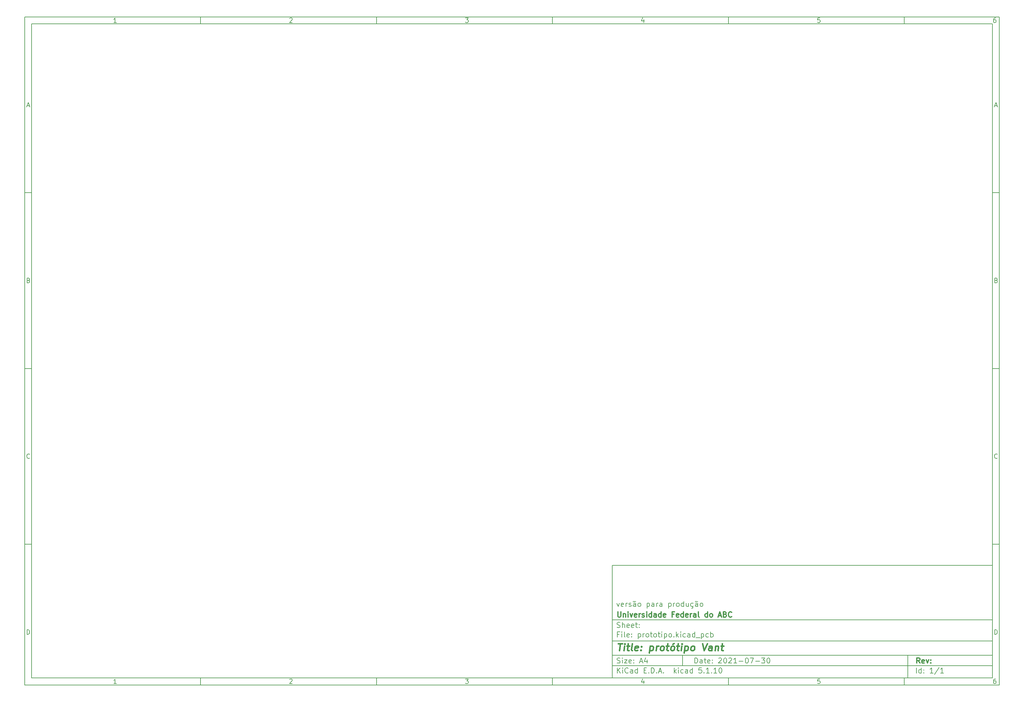
<source format=gbr>
%TF.GenerationSoftware,KiCad,Pcbnew,5.1.10*%
%TF.CreationDate,2021-08-11T12:17:18-03:00*%
%TF.ProjectId,prototipo,70726f74-6f74-4697-906f-2e6b69636164,rev?*%
%TF.SameCoordinates,Original*%
%TF.FileFunction,Other,ECO2*%
%FSLAX46Y46*%
G04 Gerber Fmt 4.6, Leading zero omitted, Abs format (unit mm)*
G04 Created by KiCad (PCBNEW 5.1.10) date 2021-08-11 12:17:18*
%MOMM*%
%LPD*%
G01*
G04 APERTURE LIST*
%ADD10C,0.100000*%
%ADD11C,0.150000*%
%ADD12C,0.300000*%
%ADD13C,0.400000*%
G04 APERTURE END LIST*
D10*
D11*
X177002200Y-166007200D02*
X177002200Y-198007200D01*
X285002200Y-198007200D01*
X285002200Y-166007200D01*
X177002200Y-166007200D01*
D10*
D11*
X10000000Y-10000000D02*
X10000000Y-200007200D01*
X287002200Y-200007200D01*
X287002200Y-10000000D01*
X10000000Y-10000000D01*
D10*
D11*
X12000000Y-12000000D02*
X12000000Y-198007200D01*
X285002200Y-198007200D01*
X285002200Y-12000000D01*
X12000000Y-12000000D01*
D10*
D11*
X60000000Y-12000000D02*
X60000000Y-10000000D01*
D10*
D11*
X110000000Y-12000000D02*
X110000000Y-10000000D01*
D10*
D11*
X160000000Y-12000000D02*
X160000000Y-10000000D01*
D10*
D11*
X210000000Y-12000000D02*
X210000000Y-10000000D01*
D10*
D11*
X260000000Y-12000000D02*
X260000000Y-10000000D01*
D10*
D11*
X36065476Y-11588095D02*
X35322619Y-11588095D01*
X35694047Y-11588095D02*
X35694047Y-10288095D01*
X35570238Y-10473809D01*
X35446428Y-10597619D01*
X35322619Y-10659523D01*
D10*
D11*
X85322619Y-10411904D02*
X85384523Y-10350000D01*
X85508333Y-10288095D01*
X85817857Y-10288095D01*
X85941666Y-10350000D01*
X86003571Y-10411904D01*
X86065476Y-10535714D01*
X86065476Y-10659523D01*
X86003571Y-10845238D01*
X85260714Y-11588095D01*
X86065476Y-11588095D01*
D10*
D11*
X135260714Y-10288095D02*
X136065476Y-10288095D01*
X135632142Y-10783333D01*
X135817857Y-10783333D01*
X135941666Y-10845238D01*
X136003571Y-10907142D01*
X136065476Y-11030952D01*
X136065476Y-11340476D01*
X136003571Y-11464285D01*
X135941666Y-11526190D01*
X135817857Y-11588095D01*
X135446428Y-11588095D01*
X135322619Y-11526190D01*
X135260714Y-11464285D01*
D10*
D11*
X185941666Y-10721428D02*
X185941666Y-11588095D01*
X185632142Y-10226190D02*
X185322619Y-11154761D01*
X186127380Y-11154761D01*
D10*
D11*
X236003571Y-10288095D02*
X235384523Y-10288095D01*
X235322619Y-10907142D01*
X235384523Y-10845238D01*
X235508333Y-10783333D01*
X235817857Y-10783333D01*
X235941666Y-10845238D01*
X236003571Y-10907142D01*
X236065476Y-11030952D01*
X236065476Y-11340476D01*
X236003571Y-11464285D01*
X235941666Y-11526190D01*
X235817857Y-11588095D01*
X235508333Y-11588095D01*
X235384523Y-11526190D01*
X235322619Y-11464285D01*
D10*
D11*
X285941666Y-10288095D02*
X285694047Y-10288095D01*
X285570238Y-10350000D01*
X285508333Y-10411904D01*
X285384523Y-10597619D01*
X285322619Y-10845238D01*
X285322619Y-11340476D01*
X285384523Y-11464285D01*
X285446428Y-11526190D01*
X285570238Y-11588095D01*
X285817857Y-11588095D01*
X285941666Y-11526190D01*
X286003571Y-11464285D01*
X286065476Y-11340476D01*
X286065476Y-11030952D01*
X286003571Y-10907142D01*
X285941666Y-10845238D01*
X285817857Y-10783333D01*
X285570238Y-10783333D01*
X285446428Y-10845238D01*
X285384523Y-10907142D01*
X285322619Y-11030952D01*
D10*
D11*
X60000000Y-198007200D02*
X60000000Y-200007200D01*
D10*
D11*
X110000000Y-198007200D02*
X110000000Y-200007200D01*
D10*
D11*
X160000000Y-198007200D02*
X160000000Y-200007200D01*
D10*
D11*
X210000000Y-198007200D02*
X210000000Y-200007200D01*
D10*
D11*
X260000000Y-198007200D02*
X260000000Y-200007200D01*
D10*
D11*
X36065476Y-199595295D02*
X35322619Y-199595295D01*
X35694047Y-199595295D02*
X35694047Y-198295295D01*
X35570238Y-198481009D01*
X35446428Y-198604819D01*
X35322619Y-198666723D01*
D10*
D11*
X85322619Y-198419104D02*
X85384523Y-198357200D01*
X85508333Y-198295295D01*
X85817857Y-198295295D01*
X85941666Y-198357200D01*
X86003571Y-198419104D01*
X86065476Y-198542914D01*
X86065476Y-198666723D01*
X86003571Y-198852438D01*
X85260714Y-199595295D01*
X86065476Y-199595295D01*
D10*
D11*
X135260714Y-198295295D02*
X136065476Y-198295295D01*
X135632142Y-198790533D01*
X135817857Y-198790533D01*
X135941666Y-198852438D01*
X136003571Y-198914342D01*
X136065476Y-199038152D01*
X136065476Y-199347676D01*
X136003571Y-199471485D01*
X135941666Y-199533390D01*
X135817857Y-199595295D01*
X135446428Y-199595295D01*
X135322619Y-199533390D01*
X135260714Y-199471485D01*
D10*
D11*
X185941666Y-198728628D02*
X185941666Y-199595295D01*
X185632142Y-198233390D02*
X185322619Y-199161961D01*
X186127380Y-199161961D01*
D10*
D11*
X236003571Y-198295295D02*
X235384523Y-198295295D01*
X235322619Y-198914342D01*
X235384523Y-198852438D01*
X235508333Y-198790533D01*
X235817857Y-198790533D01*
X235941666Y-198852438D01*
X236003571Y-198914342D01*
X236065476Y-199038152D01*
X236065476Y-199347676D01*
X236003571Y-199471485D01*
X235941666Y-199533390D01*
X235817857Y-199595295D01*
X235508333Y-199595295D01*
X235384523Y-199533390D01*
X235322619Y-199471485D01*
D10*
D11*
X285941666Y-198295295D02*
X285694047Y-198295295D01*
X285570238Y-198357200D01*
X285508333Y-198419104D01*
X285384523Y-198604819D01*
X285322619Y-198852438D01*
X285322619Y-199347676D01*
X285384523Y-199471485D01*
X285446428Y-199533390D01*
X285570238Y-199595295D01*
X285817857Y-199595295D01*
X285941666Y-199533390D01*
X286003571Y-199471485D01*
X286065476Y-199347676D01*
X286065476Y-199038152D01*
X286003571Y-198914342D01*
X285941666Y-198852438D01*
X285817857Y-198790533D01*
X285570238Y-198790533D01*
X285446428Y-198852438D01*
X285384523Y-198914342D01*
X285322619Y-199038152D01*
D10*
D11*
X10000000Y-60000000D02*
X12000000Y-60000000D01*
D10*
D11*
X10000000Y-110000000D02*
X12000000Y-110000000D01*
D10*
D11*
X10000000Y-160000000D02*
X12000000Y-160000000D01*
D10*
D11*
X10690476Y-35216666D02*
X11309523Y-35216666D01*
X10566666Y-35588095D02*
X11000000Y-34288095D01*
X11433333Y-35588095D01*
D10*
D11*
X11092857Y-84907142D02*
X11278571Y-84969047D01*
X11340476Y-85030952D01*
X11402380Y-85154761D01*
X11402380Y-85340476D01*
X11340476Y-85464285D01*
X11278571Y-85526190D01*
X11154761Y-85588095D01*
X10659523Y-85588095D01*
X10659523Y-84288095D01*
X11092857Y-84288095D01*
X11216666Y-84350000D01*
X11278571Y-84411904D01*
X11340476Y-84535714D01*
X11340476Y-84659523D01*
X11278571Y-84783333D01*
X11216666Y-84845238D01*
X11092857Y-84907142D01*
X10659523Y-84907142D01*
D10*
D11*
X11402380Y-135464285D02*
X11340476Y-135526190D01*
X11154761Y-135588095D01*
X11030952Y-135588095D01*
X10845238Y-135526190D01*
X10721428Y-135402380D01*
X10659523Y-135278571D01*
X10597619Y-135030952D01*
X10597619Y-134845238D01*
X10659523Y-134597619D01*
X10721428Y-134473809D01*
X10845238Y-134350000D01*
X11030952Y-134288095D01*
X11154761Y-134288095D01*
X11340476Y-134350000D01*
X11402380Y-134411904D01*
D10*
D11*
X10659523Y-185588095D02*
X10659523Y-184288095D01*
X10969047Y-184288095D01*
X11154761Y-184350000D01*
X11278571Y-184473809D01*
X11340476Y-184597619D01*
X11402380Y-184845238D01*
X11402380Y-185030952D01*
X11340476Y-185278571D01*
X11278571Y-185402380D01*
X11154761Y-185526190D01*
X10969047Y-185588095D01*
X10659523Y-185588095D01*
D10*
D11*
X287002200Y-60000000D02*
X285002200Y-60000000D01*
D10*
D11*
X287002200Y-110000000D02*
X285002200Y-110000000D01*
D10*
D11*
X287002200Y-160000000D02*
X285002200Y-160000000D01*
D10*
D11*
X285692676Y-35216666D02*
X286311723Y-35216666D01*
X285568866Y-35588095D02*
X286002200Y-34288095D01*
X286435533Y-35588095D01*
D10*
D11*
X286095057Y-84907142D02*
X286280771Y-84969047D01*
X286342676Y-85030952D01*
X286404580Y-85154761D01*
X286404580Y-85340476D01*
X286342676Y-85464285D01*
X286280771Y-85526190D01*
X286156961Y-85588095D01*
X285661723Y-85588095D01*
X285661723Y-84288095D01*
X286095057Y-84288095D01*
X286218866Y-84350000D01*
X286280771Y-84411904D01*
X286342676Y-84535714D01*
X286342676Y-84659523D01*
X286280771Y-84783333D01*
X286218866Y-84845238D01*
X286095057Y-84907142D01*
X285661723Y-84907142D01*
D10*
D11*
X286404580Y-135464285D02*
X286342676Y-135526190D01*
X286156961Y-135588095D01*
X286033152Y-135588095D01*
X285847438Y-135526190D01*
X285723628Y-135402380D01*
X285661723Y-135278571D01*
X285599819Y-135030952D01*
X285599819Y-134845238D01*
X285661723Y-134597619D01*
X285723628Y-134473809D01*
X285847438Y-134350000D01*
X286033152Y-134288095D01*
X286156961Y-134288095D01*
X286342676Y-134350000D01*
X286404580Y-134411904D01*
D10*
D11*
X285661723Y-185588095D02*
X285661723Y-184288095D01*
X285971247Y-184288095D01*
X286156961Y-184350000D01*
X286280771Y-184473809D01*
X286342676Y-184597619D01*
X286404580Y-184845238D01*
X286404580Y-185030952D01*
X286342676Y-185278571D01*
X286280771Y-185402380D01*
X286156961Y-185526190D01*
X285971247Y-185588095D01*
X285661723Y-185588095D01*
D10*
D11*
X200434342Y-193785771D02*
X200434342Y-192285771D01*
X200791485Y-192285771D01*
X201005771Y-192357200D01*
X201148628Y-192500057D01*
X201220057Y-192642914D01*
X201291485Y-192928628D01*
X201291485Y-193142914D01*
X201220057Y-193428628D01*
X201148628Y-193571485D01*
X201005771Y-193714342D01*
X200791485Y-193785771D01*
X200434342Y-193785771D01*
X202577200Y-193785771D02*
X202577200Y-193000057D01*
X202505771Y-192857200D01*
X202362914Y-192785771D01*
X202077200Y-192785771D01*
X201934342Y-192857200D01*
X202577200Y-193714342D02*
X202434342Y-193785771D01*
X202077200Y-193785771D01*
X201934342Y-193714342D01*
X201862914Y-193571485D01*
X201862914Y-193428628D01*
X201934342Y-193285771D01*
X202077200Y-193214342D01*
X202434342Y-193214342D01*
X202577200Y-193142914D01*
X203077200Y-192785771D02*
X203648628Y-192785771D01*
X203291485Y-192285771D02*
X203291485Y-193571485D01*
X203362914Y-193714342D01*
X203505771Y-193785771D01*
X203648628Y-193785771D01*
X204720057Y-193714342D02*
X204577200Y-193785771D01*
X204291485Y-193785771D01*
X204148628Y-193714342D01*
X204077200Y-193571485D01*
X204077200Y-193000057D01*
X204148628Y-192857200D01*
X204291485Y-192785771D01*
X204577200Y-192785771D01*
X204720057Y-192857200D01*
X204791485Y-193000057D01*
X204791485Y-193142914D01*
X204077200Y-193285771D01*
X205434342Y-193642914D02*
X205505771Y-193714342D01*
X205434342Y-193785771D01*
X205362914Y-193714342D01*
X205434342Y-193642914D01*
X205434342Y-193785771D01*
X205434342Y-192857200D02*
X205505771Y-192928628D01*
X205434342Y-193000057D01*
X205362914Y-192928628D01*
X205434342Y-192857200D01*
X205434342Y-193000057D01*
X207220057Y-192428628D02*
X207291485Y-192357200D01*
X207434342Y-192285771D01*
X207791485Y-192285771D01*
X207934342Y-192357200D01*
X208005771Y-192428628D01*
X208077200Y-192571485D01*
X208077200Y-192714342D01*
X208005771Y-192928628D01*
X207148628Y-193785771D01*
X208077200Y-193785771D01*
X209005771Y-192285771D02*
X209148628Y-192285771D01*
X209291485Y-192357200D01*
X209362914Y-192428628D01*
X209434342Y-192571485D01*
X209505771Y-192857200D01*
X209505771Y-193214342D01*
X209434342Y-193500057D01*
X209362914Y-193642914D01*
X209291485Y-193714342D01*
X209148628Y-193785771D01*
X209005771Y-193785771D01*
X208862914Y-193714342D01*
X208791485Y-193642914D01*
X208720057Y-193500057D01*
X208648628Y-193214342D01*
X208648628Y-192857200D01*
X208720057Y-192571485D01*
X208791485Y-192428628D01*
X208862914Y-192357200D01*
X209005771Y-192285771D01*
X210077200Y-192428628D02*
X210148628Y-192357200D01*
X210291485Y-192285771D01*
X210648628Y-192285771D01*
X210791485Y-192357200D01*
X210862914Y-192428628D01*
X210934342Y-192571485D01*
X210934342Y-192714342D01*
X210862914Y-192928628D01*
X210005771Y-193785771D01*
X210934342Y-193785771D01*
X212362914Y-193785771D02*
X211505771Y-193785771D01*
X211934342Y-193785771D02*
X211934342Y-192285771D01*
X211791485Y-192500057D01*
X211648628Y-192642914D01*
X211505771Y-192714342D01*
X213005771Y-193214342D02*
X214148628Y-193214342D01*
X215148628Y-192285771D02*
X215291485Y-192285771D01*
X215434342Y-192357200D01*
X215505771Y-192428628D01*
X215577200Y-192571485D01*
X215648628Y-192857200D01*
X215648628Y-193214342D01*
X215577200Y-193500057D01*
X215505771Y-193642914D01*
X215434342Y-193714342D01*
X215291485Y-193785771D01*
X215148628Y-193785771D01*
X215005771Y-193714342D01*
X214934342Y-193642914D01*
X214862914Y-193500057D01*
X214791485Y-193214342D01*
X214791485Y-192857200D01*
X214862914Y-192571485D01*
X214934342Y-192428628D01*
X215005771Y-192357200D01*
X215148628Y-192285771D01*
X216148628Y-192285771D02*
X217148628Y-192285771D01*
X216505771Y-193785771D01*
X217720057Y-193214342D02*
X218862914Y-193214342D01*
X219434342Y-192285771D02*
X220362914Y-192285771D01*
X219862914Y-192857200D01*
X220077200Y-192857200D01*
X220220057Y-192928628D01*
X220291485Y-193000057D01*
X220362914Y-193142914D01*
X220362914Y-193500057D01*
X220291485Y-193642914D01*
X220220057Y-193714342D01*
X220077200Y-193785771D01*
X219648628Y-193785771D01*
X219505771Y-193714342D01*
X219434342Y-193642914D01*
X221291485Y-192285771D02*
X221434342Y-192285771D01*
X221577200Y-192357200D01*
X221648628Y-192428628D01*
X221720057Y-192571485D01*
X221791485Y-192857200D01*
X221791485Y-193214342D01*
X221720057Y-193500057D01*
X221648628Y-193642914D01*
X221577200Y-193714342D01*
X221434342Y-193785771D01*
X221291485Y-193785771D01*
X221148628Y-193714342D01*
X221077200Y-193642914D01*
X221005771Y-193500057D01*
X220934342Y-193214342D01*
X220934342Y-192857200D01*
X221005771Y-192571485D01*
X221077200Y-192428628D01*
X221148628Y-192357200D01*
X221291485Y-192285771D01*
D10*
D11*
X177002200Y-194507200D02*
X285002200Y-194507200D01*
D10*
D11*
X178434342Y-196585771D02*
X178434342Y-195085771D01*
X179291485Y-196585771D02*
X178648628Y-195728628D01*
X179291485Y-195085771D02*
X178434342Y-195942914D01*
X179934342Y-196585771D02*
X179934342Y-195585771D01*
X179934342Y-195085771D02*
X179862914Y-195157200D01*
X179934342Y-195228628D01*
X180005771Y-195157200D01*
X179934342Y-195085771D01*
X179934342Y-195228628D01*
X181505771Y-196442914D02*
X181434342Y-196514342D01*
X181220057Y-196585771D01*
X181077200Y-196585771D01*
X180862914Y-196514342D01*
X180720057Y-196371485D01*
X180648628Y-196228628D01*
X180577200Y-195942914D01*
X180577200Y-195728628D01*
X180648628Y-195442914D01*
X180720057Y-195300057D01*
X180862914Y-195157200D01*
X181077200Y-195085771D01*
X181220057Y-195085771D01*
X181434342Y-195157200D01*
X181505771Y-195228628D01*
X182791485Y-196585771D02*
X182791485Y-195800057D01*
X182720057Y-195657200D01*
X182577200Y-195585771D01*
X182291485Y-195585771D01*
X182148628Y-195657200D01*
X182791485Y-196514342D02*
X182648628Y-196585771D01*
X182291485Y-196585771D01*
X182148628Y-196514342D01*
X182077200Y-196371485D01*
X182077200Y-196228628D01*
X182148628Y-196085771D01*
X182291485Y-196014342D01*
X182648628Y-196014342D01*
X182791485Y-195942914D01*
X184148628Y-196585771D02*
X184148628Y-195085771D01*
X184148628Y-196514342D02*
X184005771Y-196585771D01*
X183720057Y-196585771D01*
X183577200Y-196514342D01*
X183505771Y-196442914D01*
X183434342Y-196300057D01*
X183434342Y-195871485D01*
X183505771Y-195728628D01*
X183577200Y-195657200D01*
X183720057Y-195585771D01*
X184005771Y-195585771D01*
X184148628Y-195657200D01*
X186005771Y-195800057D02*
X186505771Y-195800057D01*
X186720057Y-196585771D02*
X186005771Y-196585771D01*
X186005771Y-195085771D01*
X186720057Y-195085771D01*
X187362914Y-196442914D02*
X187434342Y-196514342D01*
X187362914Y-196585771D01*
X187291485Y-196514342D01*
X187362914Y-196442914D01*
X187362914Y-196585771D01*
X188077200Y-196585771D02*
X188077200Y-195085771D01*
X188434342Y-195085771D01*
X188648628Y-195157200D01*
X188791485Y-195300057D01*
X188862914Y-195442914D01*
X188934342Y-195728628D01*
X188934342Y-195942914D01*
X188862914Y-196228628D01*
X188791485Y-196371485D01*
X188648628Y-196514342D01*
X188434342Y-196585771D01*
X188077200Y-196585771D01*
X189577200Y-196442914D02*
X189648628Y-196514342D01*
X189577200Y-196585771D01*
X189505771Y-196514342D01*
X189577200Y-196442914D01*
X189577200Y-196585771D01*
X190220057Y-196157200D02*
X190934342Y-196157200D01*
X190077200Y-196585771D02*
X190577200Y-195085771D01*
X191077200Y-196585771D01*
X191577200Y-196442914D02*
X191648628Y-196514342D01*
X191577200Y-196585771D01*
X191505771Y-196514342D01*
X191577200Y-196442914D01*
X191577200Y-196585771D01*
X194577200Y-196585771D02*
X194577200Y-195085771D01*
X194720057Y-196014342D02*
X195148628Y-196585771D01*
X195148628Y-195585771D02*
X194577200Y-196157200D01*
X195791485Y-196585771D02*
X195791485Y-195585771D01*
X195791485Y-195085771D02*
X195720057Y-195157200D01*
X195791485Y-195228628D01*
X195862914Y-195157200D01*
X195791485Y-195085771D01*
X195791485Y-195228628D01*
X197148628Y-196514342D02*
X197005771Y-196585771D01*
X196720057Y-196585771D01*
X196577200Y-196514342D01*
X196505771Y-196442914D01*
X196434342Y-196300057D01*
X196434342Y-195871485D01*
X196505771Y-195728628D01*
X196577200Y-195657200D01*
X196720057Y-195585771D01*
X197005771Y-195585771D01*
X197148628Y-195657200D01*
X198434342Y-196585771D02*
X198434342Y-195800057D01*
X198362914Y-195657200D01*
X198220057Y-195585771D01*
X197934342Y-195585771D01*
X197791485Y-195657200D01*
X198434342Y-196514342D02*
X198291485Y-196585771D01*
X197934342Y-196585771D01*
X197791485Y-196514342D01*
X197720057Y-196371485D01*
X197720057Y-196228628D01*
X197791485Y-196085771D01*
X197934342Y-196014342D01*
X198291485Y-196014342D01*
X198434342Y-195942914D01*
X199791485Y-196585771D02*
X199791485Y-195085771D01*
X199791485Y-196514342D02*
X199648628Y-196585771D01*
X199362914Y-196585771D01*
X199220057Y-196514342D01*
X199148628Y-196442914D01*
X199077200Y-196300057D01*
X199077200Y-195871485D01*
X199148628Y-195728628D01*
X199220057Y-195657200D01*
X199362914Y-195585771D01*
X199648628Y-195585771D01*
X199791485Y-195657200D01*
X202362914Y-195085771D02*
X201648628Y-195085771D01*
X201577200Y-195800057D01*
X201648628Y-195728628D01*
X201791485Y-195657200D01*
X202148628Y-195657200D01*
X202291485Y-195728628D01*
X202362914Y-195800057D01*
X202434342Y-195942914D01*
X202434342Y-196300057D01*
X202362914Y-196442914D01*
X202291485Y-196514342D01*
X202148628Y-196585771D01*
X201791485Y-196585771D01*
X201648628Y-196514342D01*
X201577200Y-196442914D01*
X203077200Y-196442914D02*
X203148628Y-196514342D01*
X203077200Y-196585771D01*
X203005771Y-196514342D01*
X203077200Y-196442914D01*
X203077200Y-196585771D01*
X204577200Y-196585771D02*
X203720057Y-196585771D01*
X204148628Y-196585771D02*
X204148628Y-195085771D01*
X204005771Y-195300057D01*
X203862914Y-195442914D01*
X203720057Y-195514342D01*
X205220057Y-196442914D02*
X205291485Y-196514342D01*
X205220057Y-196585771D01*
X205148628Y-196514342D01*
X205220057Y-196442914D01*
X205220057Y-196585771D01*
X206720057Y-196585771D02*
X205862914Y-196585771D01*
X206291485Y-196585771D02*
X206291485Y-195085771D01*
X206148628Y-195300057D01*
X206005771Y-195442914D01*
X205862914Y-195514342D01*
X207648628Y-195085771D02*
X207791485Y-195085771D01*
X207934342Y-195157200D01*
X208005771Y-195228628D01*
X208077200Y-195371485D01*
X208148628Y-195657200D01*
X208148628Y-196014342D01*
X208077200Y-196300057D01*
X208005771Y-196442914D01*
X207934342Y-196514342D01*
X207791485Y-196585771D01*
X207648628Y-196585771D01*
X207505771Y-196514342D01*
X207434342Y-196442914D01*
X207362914Y-196300057D01*
X207291485Y-196014342D01*
X207291485Y-195657200D01*
X207362914Y-195371485D01*
X207434342Y-195228628D01*
X207505771Y-195157200D01*
X207648628Y-195085771D01*
D10*
D11*
X177002200Y-191507200D02*
X285002200Y-191507200D01*
D10*
D12*
X264411485Y-193785771D02*
X263911485Y-193071485D01*
X263554342Y-193785771D02*
X263554342Y-192285771D01*
X264125771Y-192285771D01*
X264268628Y-192357200D01*
X264340057Y-192428628D01*
X264411485Y-192571485D01*
X264411485Y-192785771D01*
X264340057Y-192928628D01*
X264268628Y-193000057D01*
X264125771Y-193071485D01*
X263554342Y-193071485D01*
X265625771Y-193714342D02*
X265482914Y-193785771D01*
X265197200Y-193785771D01*
X265054342Y-193714342D01*
X264982914Y-193571485D01*
X264982914Y-193000057D01*
X265054342Y-192857200D01*
X265197200Y-192785771D01*
X265482914Y-192785771D01*
X265625771Y-192857200D01*
X265697200Y-193000057D01*
X265697200Y-193142914D01*
X264982914Y-193285771D01*
X266197200Y-192785771D02*
X266554342Y-193785771D01*
X266911485Y-192785771D01*
X267482914Y-193642914D02*
X267554342Y-193714342D01*
X267482914Y-193785771D01*
X267411485Y-193714342D01*
X267482914Y-193642914D01*
X267482914Y-193785771D01*
X267482914Y-192857200D02*
X267554342Y-192928628D01*
X267482914Y-193000057D01*
X267411485Y-192928628D01*
X267482914Y-192857200D01*
X267482914Y-193000057D01*
D10*
D11*
X178362914Y-193714342D02*
X178577200Y-193785771D01*
X178934342Y-193785771D01*
X179077200Y-193714342D01*
X179148628Y-193642914D01*
X179220057Y-193500057D01*
X179220057Y-193357200D01*
X179148628Y-193214342D01*
X179077200Y-193142914D01*
X178934342Y-193071485D01*
X178648628Y-193000057D01*
X178505771Y-192928628D01*
X178434342Y-192857200D01*
X178362914Y-192714342D01*
X178362914Y-192571485D01*
X178434342Y-192428628D01*
X178505771Y-192357200D01*
X178648628Y-192285771D01*
X179005771Y-192285771D01*
X179220057Y-192357200D01*
X179862914Y-193785771D02*
X179862914Y-192785771D01*
X179862914Y-192285771D02*
X179791485Y-192357200D01*
X179862914Y-192428628D01*
X179934342Y-192357200D01*
X179862914Y-192285771D01*
X179862914Y-192428628D01*
X180434342Y-192785771D02*
X181220057Y-192785771D01*
X180434342Y-193785771D01*
X181220057Y-193785771D01*
X182362914Y-193714342D02*
X182220057Y-193785771D01*
X181934342Y-193785771D01*
X181791485Y-193714342D01*
X181720057Y-193571485D01*
X181720057Y-193000057D01*
X181791485Y-192857200D01*
X181934342Y-192785771D01*
X182220057Y-192785771D01*
X182362914Y-192857200D01*
X182434342Y-193000057D01*
X182434342Y-193142914D01*
X181720057Y-193285771D01*
X183077200Y-193642914D02*
X183148628Y-193714342D01*
X183077200Y-193785771D01*
X183005771Y-193714342D01*
X183077200Y-193642914D01*
X183077200Y-193785771D01*
X183077200Y-192857200D02*
X183148628Y-192928628D01*
X183077200Y-193000057D01*
X183005771Y-192928628D01*
X183077200Y-192857200D01*
X183077200Y-193000057D01*
X184862914Y-193357200D02*
X185577200Y-193357200D01*
X184720057Y-193785771D02*
X185220057Y-192285771D01*
X185720057Y-193785771D01*
X186862914Y-192785771D02*
X186862914Y-193785771D01*
X186505771Y-192214342D02*
X186148628Y-193285771D01*
X187077200Y-193285771D01*
D10*
D11*
X263434342Y-196585771D02*
X263434342Y-195085771D01*
X264791485Y-196585771D02*
X264791485Y-195085771D01*
X264791485Y-196514342D02*
X264648628Y-196585771D01*
X264362914Y-196585771D01*
X264220057Y-196514342D01*
X264148628Y-196442914D01*
X264077200Y-196300057D01*
X264077200Y-195871485D01*
X264148628Y-195728628D01*
X264220057Y-195657200D01*
X264362914Y-195585771D01*
X264648628Y-195585771D01*
X264791485Y-195657200D01*
X265505771Y-196442914D02*
X265577200Y-196514342D01*
X265505771Y-196585771D01*
X265434342Y-196514342D01*
X265505771Y-196442914D01*
X265505771Y-196585771D01*
X265505771Y-195657200D02*
X265577200Y-195728628D01*
X265505771Y-195800057D01*
X265434342Y-195728628D01*
X265505771Y-195657200D01*
X265505771Y-195800057D01*
X268148628Y-196585771D02*
X267291485Y-196585771D01*
X267720057Y-196585771D02*
X267720057Y-195085771D01*
X267577200Y-195300057D01*
X267434342Y-195442914D01*
X267291485Y-195514342D01*
X269862914Y-195014342D02*
X268577200Y-196942914D01*
X271148628Y-196585771D02*
X270291485Y-196585771D01*
X270720057Y-196585771D02*
X270720057Y-195085771D01*
X270577200Y-195300057D01*
X270434342Y-195442914D01*
X270291485Y-195514342D01*
D10*
D11*
X177002200Y-187507200D02*
X285002200Y-187507200D01*
D10*
D13*
X178714580Y-188211961D02*
X179857438Y-188211961D01*
X179036009Y-190211961D02*
X179286009Y-188211961D01*
X180274104Y-190211961D02*
X180440771Y-188878628D01*
X180524104Y-188211961D02*
X180416961Y-188307200D01*
X180500295Y-188402438D01*
X180607438Y-188307200D01*
X180524104Y-188211961D01*
X180500295Y-188402438D01*
X181107438Y-188878628D02*
X181869342Y-188878628D01*
X181476485Y-188211961D02*
X181262200Y-189926247D01*
X181333628Y-190116723D01*
X181512200Y-190211961D01*
X181702676Y-190211961D01*
X182655057Y-190211961D02*
X182476485Y-190116723D01*
X182405057Y-189926247D01*
X182619342Y-188211961D01*
X184190771Y-190116723D02*
X183988390Y-190211961D01*
X183607438Y-190211961D01*
X183428866Y-190116723D01*
X183357438Y-189926247D01*
X183452676Y-189164342D01*
X183571723Y-188973866D01*
X183774104Y-188878628D01*
X184155057Y-188878628D01*
X184333628Y-188973866D01*
X184405057Y-189164342D01*
X184381247Y-189354819D01*
X183405057Y-189545295D01*
X185155057Y-190021485D02*
X185238390Y-190116723D01*
X185131247Y-190211961D01*
X185047914Y-190116723D01*
X185155057Y-190021485D01*
X185131247Y-190211961D01*
X185286009Y-188973866D02*
X185369342Y-189069104D01*
X185262200Y-189164342D01*
X185178866Y-189069104D01*
X185286009Y-188973866D01*
X185262200Y-189164342D01*
X187774104Y-188878628D02*
X187524104Y-190878628D01*
X187762200Y-188973866D02*
X187964580Y-188878628D01*
X188345533Y-188878628D01*
X188524104Y-188973866D01*
X188607438Y-189069104D01*
X188678866Y-189259580D01*
X188607438Y-189831009D01*
X188488390Y-190021485D01*
X188381247Y-190116723D01*
X188178866Y-190211961D01*
X187797914Y-190211961D01*
X187619342Y-190116723D01*
X189416961Y-190211961D02*
X189583628Y-188878628D01*
X189536009Y-189259580D02*
X189655057Y-189069104D01*
X189762200Y-188973866D01*
X189964580Y-188878628D01*
X190155057Y-188878628D01*
X190940771Y-190211961D02*
X190762200Y-190116723D01*
X190678866Y-190021485D01*
X190607438Y-189831009D01*
X190678866Y-189259580D01*
X190797914Y-189069104D01*
X190905057Y-188973866D01*
X191107438Y-188878628D01*
X191393152Y-188878628D01*
X191571723Y-188973866D01*
X191655057Y-189069104D01*
X191726485Y-189259580D01*
X191655057Y-189831009D01*
X191536009Y-190021485D01*
X191428866Y-190116723D01*
X191226485Y-190211961D01*
X190940771Y-190211961D01*
X192345533Y-188878628D02*
X193107438Y-188878628D01*
X192714580Y-188211961D02*
X192500295Y-189926247D01*
X192571723Y-190116723D01*
X192750295Y-190211961D01*
X192940771Y-190211961D01*
X193893152Y-190211961D02*
X193714580Y-190116723D01*
X193631247Y-190021485D01*
X193559819Y-189831009D01*
X193631247Y-189259580D01*
X193750295Y-189069104D01*
X193857438Y-188973866D01*
X194059819Y-188878628D01*
X194345533Y-188878628D01*
X194524104Y-188973866D01*
X194607438Y-189069104D01*
X194678866Y-189259580D01*
X194607438Y-189831009D01*
X194488390Y-190021485D01*
X194381247Y-190116723D01*
X194178866Y-190211961D01*
X193893152Y-190211961D01*
X194536009Y-188116723D02*
X194214580Y-188402438D01*
X195297914Y-188878628D02*
X196059819Y-188878628D01*
X195666961Y-188211961D02*
X195452676Y-189926247D01*
X195524104Y-190116723D01*
X195702676Y-190211961D01*
X195893152Y-190211961D01*
X196559819Y-190211961D02*
X196726485Y-188878628D01*
X196809819Y-188211961D02*
X196702676Y-188307200D01*
X196786009Y-188402438D01*
X196893152Y-188307200D01*
X196809819Y-188211961D01*
X196786009Y-188402438D01*
X197678866Y-188878628D02*
X197428866Y-190878628D01*
X197666961Y-188973866D02*
X197869342Y-188878628D01*
X198250295Y-188878628D01*
X198428866Y-188973866D01*
X198512200Y-189069104D01*
X198583628Y-189259580D01*
X198512200Y-189831009D01*
X198393152Y-190021485D01*
X198286009Y-190116723D01*
X198083628Y-190211961D01*
X197702676Y-190211961D01*
X197524104Y-190116723D01*
X199607438Y-190211961D02*
X199428866Y-190116723D01*
X199345533Y-190021485D01*
X199274104Y-189831009D01*
X199345533Y-189259580D01*
X199464580Y-189069104D01*
X199571723Y-188973866D01*
X199774104Y-188878628D01*
X200059819Y-188878628D01*
X200238390Y-188973866D01*
X200321723Y-189069104D01*
X200393152Y-189259580D01*
X200321723Y-189831009D01*
X200202676Y-190021485D01*
X200095533Y-190116723D01*
X199893152Y-190211961D01*
X199607438Y-190211961D01*
X202619342Y-188211961D02*
X203036009Y-190211961D01*
X203952676Y-188211961D01*
X205226485Y-190211961D02*
X205357438Y-189164342D01*
X205286009Y-188973866D01*
X205107438Y-188878628D01*
X204726485Y-188878628D01*
X204524104Y-188973866D01*
X205238390Y-190116723D02*
X205036009Y-190211961D01*
X204559819Y-190211961D01*
X204381247Y-190116723D01*
X204309819Y-189926247D01*
X204333628Y-189735771D01*
X204452676Y-189545295D01*
X204655057Y-189450057D01*
X205131247Y-189450057D01*
X205333628Y-189354819D01*
X206345533Y-188878628D02*
X206178866Y-190211961D01*
X206321723Y-189069104D02*
X206428866Y-188973866D01*
X206631247Y-188878628D01*
X206916961Y-188878628D01*
X207095533Y-188973866D01*
X207166961Y-189164342D01*
X207036009Y-190211961D01*
X207869342Y-188878628D02*
X208631247Y-188878628D01*
X208238390Y-188211961D02*
X208024104Y-189926247D01*
X208095533Y-190116723D01*
X208274104Y-190211961D01*
X208464580Y-190211961D01*
D10*
D11*
X178934342Y-185600057D02*
X178434342Y-185600057D01*
X178434342Y-186385771D02*
X178434342Y-184885771D01*
X179148628Y-184885771D01*
X179720057Y-186385771D02*
X179720057Y-185385771D01*
X179720057Y-184885771D02*
X179648628Y-184957200D01*
X179720057Y-185028628D01*
X179791485Y-184957200D01*
X179720057Y-184885771D01*
X179720057Y-185028628D01*
X180648628Y-186385771D02*
X180505771Y-186314342D01*
X180434342Y-186171485D01*
X180434342Y-184885771D01*
X181791485Y-186314342D02*
X181648628Y-186385771D01*
X181362914Y-186385771D01*
X181220057Y-186314342D01*
X181148628Y-186171485D01*
X181148628Y-185600057D01*
X181220057Y-185457200D01*
X181362914Y-185385771D01*
X181648628Y-185385771D01*
X181791485Y-185457200D01*
X181862914Y-185600057D01*
X181862914Y-185742914D01*
X181148628Y-185885771D01*
X182505771Y-186242914D02*
X182577200Y-186314342D01*
X182505771Y-186385771D01*
X182434342Y-186314342D01*
X182505771Y-186242914D01*
X182505771Y-186385771D01*
X182505771Y-185457200D02*
X182577200Y-185528628D01*
X182505771Y-185600057D01*
X182434342Y-185528628D01*
X182505771Y-185457200D01*
X182505771Y-185600057D01*
X184362914Y-185385771D02*
X184362914Y-186885771D01*
X184362914Y-185457200D02*
X184505771Y-185385771D01*
X184791485Y-185385771D01*
X184934342Y-185457200D01*
X185005771Y-185528628D01*
X185077200Y-185671485D01*
X185077200Y-186100057D01*
X185005771Y-186242914D01*
X184934342Y-186314342D01*
X184791485Y-186385771D01*
X184505771Y-186385771D01*
X184362914Y-186314342D01*
X185720057Y-186385771D02*
X185720057Y-185385771D01*
X185720057Y-185671485D02*
X185791485Y-185528628D01*
X185862914Y-185457200D01*
X186005771Y-185385771D01*
X186148628Y-185385771D01*
X186862914Y-186385771D02*
X186720057Y-186314342D01*
X186648628Y-186242914D01*
X186577200Y-186100057D01*
X186577200Y-185671485D01*
X186648628Y-185528628D01*
X186720057Y-185457200D01*
X186862914Y-185385771D01*
X187077200Y-185385771D01*
X187220057Y-185457200D01*
X187291485Y-185528628D01*
X187362914Y-185671485D01*
X187362914Y-186100057D01*
X187291485Y-186242914D01*
X187220057Y-186314342D01*
X187077200Y-186385771D01*
X186862914Y-186385771D01*
X187791485Y-185385771D02*
X188362914Y-185385771D01*
X188005771Y-184885771D02*
X188005771Y-186171485D01*
X188077200Y-186314342D01*
X188220057Y-186385771D01*
X188362914Y-186385771D01*
X189077200Y-186385771D02*
X188934342Y-186314342D01*
X188862914Y-186242914D01*
X188791485Y-186100057D01*
X188791485Y-185671485D01*
X188862914Y-185528628D01*
X188934342Y-185457200D01*
X189077200Y-185385771D01*
X189291485Y-185385771D01*
X189434342Y-185457200D01*
X189505771Y-185528628D01*
X189577200Y-185671485D01*
X189577200Y-186100057D01*
X189505771Y-186242914D01*
X189434342Y-186314342D01*
X189291485Y-186385771D01*
X189077200Y-186385771D01*
X190005771Y-185385771D02*
X190577200Y-185385771D01*
X190220057Y-184885771D02*
X190220057Y-186171485D01*
X190291485Y-186314342D01*
X190434342Y-186385771D01*
X190577200Y-186385771D01*
X191077200Y-186385771D02*
X191077200Y-185385771D01*
X191077200Y-184885771D02*
X191005771Y-184957200D01*
X191077200Y-185028628D01*
X191148628Y-184957200D01*
X191077200Y-184885771D01*
X191077200Y-185028628D01*
X191791485Y-185385771D02*
X191791485Y-186885771D01*
X191791485Y-185457200D02*
X191934342Y-185385771D01*
X192220057Y-185385771D01*
X192362914Y-185457200D01*
X192434342Y-185528628D01*
X192505771Y-185671485D01*
X192505771Y-186100057D01*
X192434342Y-186242914D01*
X192362914Y-186314342D01*
X192220057Y-186385771D01*
X191934342Y-186385771D01*
X191791485Y-186314342D01*
X193362914Y-186385771D02*
X193220057Y-186314342D01*
X193148628Y-186242914D01*
X193077200Y-186100057D01*
X193077200Y-185671485D01*
X193148628Y-185528628D01*
X193220057Y-185457200D01*
X193362914Y-185385771D01*
X193577200Y-185385771D01*
X193720057Y-185457200D01*
X193791485Y-185528628D01*
X193862914Y-185671485D01*
X193862914Y-186100057D01*
X193791485Y-186242914D01*
X193720057Y-186314342D01*
X193577200Y-186385771D01*
X193362914Y-186385771D01*
X194505771Y-186242914D02*
X194577200Y-186314342D01*
X194505771Y-186385771D01*
X194434342Y-186314342D01*
X194505771Y-186242914D01*
X194505771Y-186385771D01*
X195220057Y-186385771D02*
X195220057Y-184885771D01*
X195362914Y-185814342D02*
X195791485Y-186385771D01*
X195791485Y-185385771D02*
X195220057Y-185957200D01*
X196434342Y-186385771D02*
X196434342Y-185385771D01*
X196434342Y-184885771D02*
X196362914Y-184957200D01*
X196434342Y-185028628D01*
X196505771Y-184957200D01*
X196434342Y-184885771D01*
X196434342Y-185028628D01*
X197791485Y-186314342D02*
X197648628Y-186385771D01*
X197362914Y-186385771D01*
X197220057Y-186314342D01*
X197148628Y-186242914D01*
X197077200Y-186100057D01*
X197077200Y-185671485D01*
X197148628Y-185528628D01*
X197220057Y-185457200D01*
X197362914Y-185385771D01*
X197648628Y-185385771D01*
X197791485Y-185457200D01*
X199077200Y-186385771D02*
X199077200Y-185600057D01*
X199005771Y-185457200D01*
X198862914Y-185385771D01*
X198577200Y-185385771D01*
X198434342Y-185457200D01*
X199077200Y-186314342D02*
X198934342Y-186385771D01*
X198577200Y-186385771D01*
X198434342Y-186314342D01*
X198362914Y-186171485D01*
X198362914Y-186028628D01*
X198434342Y-185885771D01*
X198577200Y-185814342D01*
X198934342Y-185814342D01*
X199077200Y-185742914D01*
X200434342Y-186385771D02*
X200434342Y-184885771D01*
X200434342Y-186314342D02*
X200291485Y-186385771D01*
X200005771Y-186385771D01*
X199862914Y-186314342D01*
X199791485Y-186242914D01*
X199720057Y-186100057D01*
X199720057Y-185671485D01*
X199791485Y-185528628D01*
X199862914Y-185457200D01*
X200005771Y-185385771D01*
X200291485Y-185385771D01*
X200434342Y-185457200D01*
X200791485Y-186528628D02*
X201934342Y-186528628D01*
X202291485Y-185385771D02*
X202291485Y-186885771D01*
X202291485Y-185457200D02*
X202434342Y-185385771D01*
X202720057Y-185385771D01*
X202862914Y-185457200D01*
X202934342Y-185528628D01*
X203005771Y-185671485D01*
X203005771Y-186100057D01*
X202934342Y-186242914D01*
X202862914Y-186314342D01*
X202720057Y-186385771D01*
X202434342Y-186385771D01*
X202291485Y-186314342D01*
X204291485Y-186314342D02*
X204148628Y-186385771D01*
X203862914Y-186385771D01*
X203720057Y-186314342D01*
X203648628Y-186242914D01*
X203577200Y-186100057D01*
X203577200Y-185671485D01*
X203648628Y-185528628D01*
X203720057Y-185457200D01*
X203862914Y-185385771D01*
X204148628Y-185385771D01*
X204291485Y-185457200D01*
X204934342Y-186385771D02*
X204934342Y-184885771D01*
X204934342Y-185457200D02*
X205077200Y-185385771D01*
X205362914Y-185385771D01*
X205505771Y-185457200D01*
X205577200Y-185528628D01*
X205648628Y-185671485D01*
X205648628Y-186100057D01*
X205577200Y-186242914D01*
X205505771Y-186314342D01*
X205362914Y-186385771D01*
X205077200Y-186385771D01*
X204934342Y-186314342D01*
D10*
D11*
X177002200Y-181507200D02*
X285002200Y-181507200D01*
D10*
D11*
X178362914Y-183614342D02*
X178577200Y-183685771D01*
X178934342Y-183685771D01*
X179077200Y-183614342D01*
X179148628Y-183542914D01*
X179220057Y-183400057D01*
X179220057Y-183257200D01*
X179148628Y-183114342D01*
X179077200Y-183042914D01*
X178934342Y-182971485D01*
X178648628Y-182900057D01*
X178505771Y-182828628D01*
X178434342Y-182757200D01*
X178362914Y-182614342D01*
X178362914Y-182471485D01*
X178434342Y-182328628D01*
X178505771Y-182257200D01*
X178648628Y-182185771D01*
X179005771Y-182185771D01*
X179220057Y-182257200D01*
X179862914Y-183685771D02*
X179862914Y-182185771D01*
X180505771Y-183685771D02*
X180505771Y-182900057D01*
X180434342Y-182757200D01*
X180291485Y-182685771D01*
X180077200Y-182685771D01*
X179934342Y-182757200D01*
X179862914Y-182828628D01*
X181791485Y-183614342D02*
X181648628Y-183685771D01*
X181362914Y-183685771D01*
X181220057Y-183614342D01*
X181148628Y-183471485D01*
X181148628Y-182900057D01*
X181220057Y-182757200D01*
X181362914Y-182685771D01*
X181648628Y-182685771D01*
X181791485Y-182757200D01*
X181862914Y-182900057D01*
X181862914Y-183042914D01*
X181148628Y-183185771D01*
X183077200Y-183614342D02*
X182934342Y-183685771D01*
X182648628Y-183685771D01*
X182505771Y-183614342D01*
X182434342Y-183471485D01*
X182434342Y-182900057D01*
X182505771Y-182757200D01*
X182648628Y-182685771D01*
X182934342Y-182685771D01*
X183077200Y-182757200D01*
X183148628Y-182900057D01*
X183148628Y-183042914D01*
X182434342Y-183185771D01*
X183577200Y-182685771D02*
X184148628Y-182685771D01*
X183791485Y-182185771D02*
X183791485Y-183471485D01*
X183862914Y-183614342D01*
X184005771Y-183685771D01*
X184148628Y-183685771D01*
X184648628Y-183542914D02*
X184720057Y-183614342D01*
X184648628Y-183685771D01*
X184577200Y-183614342D01*
X184648628Y-183542914D01*
X184648628Y-183685771D01*
X184648628Y-182757200D02*
X184720057Y-182828628D01*
X184648628Y-182900057D01*
X184577200Y-182828628D01*
X184648628Y-182757200D01*
X184648628Y-182900057D01*
D10*
D12*
X178554342Y-179185771D02*
X178554342Y-180400057D01*
X178625771Y-180542914D01*
X178697200Y-180614342D01*
X178840057Y-180685771D01*
X179125771Y-180685771D01*
X179268628Y-180614342D01*
X179340057Y-180542914D01*
X179411485Y-180400057D01*
X179411485Y-179185771D01*
X180125771Y-179685771D02*
X180125771Y-180685771D01*
X180125771Y-179828628D02*
X180197200Y-179757200D01*
X180340057Y-179685771D01*
X180554342Y-179685771D01*
X180697200Y-179757200D01*
X180768628Y-179900057D01*
X180768628Y-180685771D01*
X181482914Y-180685771D02*
X181482914Y-179685771D01*
X181482914Y-179185771D02*
X181411485Y-179257200D01*
X181482914Y-179328628D01*
X181554342Y-179257200D01*
X181482914Y-179185771D01*
X181482914Y-179328628D01*
X182054342Y-179685771D02*
X182411485Y-180685771D01*
X182768628Y-179685771D01*
X183911485Y-180614342D02*
X183768628Y-180685771D01*
X183482914Y-180685771D01*
X183340057Y-180614342D01*
X183268628Y-180471485D01*
X183268628Y-179900057D01*
X183340057Y-179757200D01*
X183482914Y-179685771D01*
X183768628Y-179685771D01*
X183911485Y-179757200D01*
X183982914Y-179900057D01*
X183982914Y-180042914D01*
X183268628Y-180185771D01*
X184625771Y-180685771D02*
X184625771Y-179685771D01*
X184625771Y-179971485D02*
X184697200Y-179828628D01*
X184768628Y-179757200D01*
X184911485Y-179685771D01*
X185054342Y-179685771D01*
X185482914Y-180614342D02*
X185625771Y-180685771D01*
X185911485Y-180685771D01*
X186054342Y-180614342D01*
X186125771Y-180471485D01*
X186125771Y-180400057D01*
X186054342Y-180257200D01*
X185911485Y-180185771D01*
X185697200Y-180185771D01*
X185554342Y-180114342D01*
X185482914Y-179971485D01*
X185482914Y-179900057D01*
X185554342Y-179757200D01*
X185697200Y-179685771D01*
X185911485Y-179685771D01*
X186054342Y-179757200D01*
X186768628Y-180685771D02*
X186768628Y-179685771D01*
X186768628Y-179185771D02*
X186697200Y-179257200D01*
X186768628Y-179328628D01*
X186840057Y-179257200D01*
X186768628Y-179185771D01*
X186768628Y-179328628D01*
X188125771Y-180685771D02*
X188125771Y-179185771D01*
X188125771Y-180614342D02*
X187982914Y-180685771D01*
X187697200Y-180685771D01*
X187554342Y-180614342D01*
X187482914Y-180542914D01*
X187411485Y-180400057D01*
X187411485Y-179971485D01*
X187482914Y-179828628D01*
X187554342Y-179757200D01*
X187697200Y-179685771D01*
X187982914Y-179685771D01*
X188125771Y-179757200D01*
X189482914Y-180685771D02*
X189482914Y-179900057D01*
X189411485Y-179757200D01*
X189268628Y-179685771D01*
X188982914Y-179685771D01*
X188840057Y-179757200D01*
X189482914Y-180614342D02*
X189340057Y-180685771D01*
X188982914Y-180685771D01*
X188840057Y-180614342D01*
X188768628Y-180471485D01*
X188768628Y-180328628D01*
X188840057Y-180185771D01*
X188982914Y-180114342D01*
X189340057Y-180114342D01*
X189482914Y-180042914D01*
X190840057Y-180685771D02*
X190840057Y-179185771D01*
X190840057Y-180614342D02*
X190697200Y-180685771D01*
X190411485Y-180685771D01*
X190268628Y-180614342D01*
X190197200Y-180542914D01*
X190125771Y-180400057D01*
X190125771Y-179971485D01*
X190197200Y-179828628D01*
X190268628Y-179757200D01*
X190411485Y-179685771D01*
X190697200Y-179685771D01*
X190840057Y-179757200D01*
X192125771Y-180614342D02*
X191982914Y-180685771D01*
X191697200Y-180685771D01*
X191554342Y-180614342D01*
X191482914Y-180471485D01*
X191482914Y-179900057D01*
X191554342Y-179757200D01*
X191697200Y-179685771D01*
X191982914Y-179685771D01*
X192125771Y-179757200D01*
X192197200Y-179900057D01*
X192197200Y-180042914D01*
X191482914Y-180185771D01*
X194482914Y-179900057D02*
X193982914Y-179900057D01*
X193982914Y-180685771D02*
X193982914Y-179185771D01*
X194697200Y-179185771D01*
X195840057Y-180614342D02*
X195697200Y-180685771D01*
X195411485Y-180685771D01*
X195268628Y-180614342D01*
X195197200Y-180471485D01*
X195197200Y-179900057D01*
X195268628Y-179757200D01*
X195411485Y-179685771D01*
X195697200Y-179685771D01*
X195840057Y-179757200D01*
X195911485Y-179900057D01*
X195911485Y-180042914D01*
X195197200Y-180185771D01*
X197197200Y-180685771D02*
X197197200Y-179185771D01*
X197197200Y-180614342D02*
X197054342Y-180685771D01*
X196768628Y-180685771D01*
X196625771Y-180614342D01*
X196554342Y-180542914D01*
X196482914Y-180400057D01*
X196482914Y-179971485D01*
X196554342Y-179828628D01*
X196625771Y-179757200D01*
X196768628Y-179685771D01*
X197054342Y-179685771D01*
X197197200Y-179757200D01*
X198482914Y-180614342D02*
X198340057Y-180685771D01*
X198054342Y-180685771D01*
X197911485Y-180614342D01*
X197840057Y-180471485D01*
X197840057Y-179900057D01*
X197911485Y-179757200D01*
X198054342Y-179685771D01*
X198340057Y-179685771D01*
X198482914Y-179757200D01*
X198554342Y-179900057D01*
X198554342Y-180042914D01*
X197840057Y-180185771D01*
X199197200Y-180685771D02*
X199197200Y-179685771D01*
X199197200Y-179971485D02*
X199268628Y-179828628D01*
X199340057Y-179757200D01*
X199482914Y-179685771D01*
X199625771Y-179685771D01*
X200768628Y-180685771D02*
X200768628Y-179900057D01*
X200697200Y-179757200D01*
X200554342Y-179685771D01*
X200268628Y-179685771D01*
X200125771Y-179757200D01*
X200768628Y-180614342D02*
X200625771Y-180685771D01*
X200268628Y-180685771D01*
X200125771Y-180614342D01*
X200054342Y-180471485D01*
X200054342Y-180328628D01*
X200125771Y-180185771D01*
X200268628Y-180114342D01*
X200625771Y-180114342D01*
X200768628Y-180042914D01*
X201697200Y-180685771D02*
X201554342Y-180614342D01*
X201482914Y-180471485D01*
X201482914Y-179185771D01*
X204054342Y-180685771D02*
X204054342Y-179185771D01*
X204054342Y-180614342D02*
X203911485Y-180685771D01*
X203625771Y-180685771D01*
X203482914Y-180614342D01*
X203411485Y-180542914D01*
X203340057Y-180400057D01*
X203340057Y-179971485D01*
X203411485Y-179828628D01*
X203482914Y-179757200D01*
X203625771Y-179685771D01*
X203911485Y-179685771D01*
X204054342Y-179757200D01*
X204982914Y-180685771D02*
X204840057Y-180614342D01*
X204768628Y-180542914D01*
X204697200Y-180400057D01*
X204697200Y-179971485D01*
X204768628Y-179828628D01*
X204840057Y-179757200D01*
X204982914Y-179685771D01*
X205197200Y-179685771D01*
X205340057Y-179757200D01*
X205411485Y-179828628D01*
X205482914Y-179971485D01*
X205482914Y-180400057D01*
X205411485Y-180542914D01*
X205340057Y-180614342D01*
X205197200Y-180685771D01*
X204982914Y-180685771D01*
X207197200Y-180257200D02*
X207911485Y-180257200D01*
X207054342Y-180685771D02*
X207554342Y-179185771D01*
X208054342Y-180685771D01*
X209054342Y-179900057D02*
X209268628Y-179971485D01*
X209340057Y-180042914D01*
X209411485Y-180185771D01*
X209411485Y-180400057D01*
X209340057Y-180542914D01*
X209268628Y-180614342D01*
X209125771Y-180685771D01*
X208554342Y-180685771D01*
X208554342Y-179185771D01*
X209054342Y-179185771D01*
X209197200Y-179257200D01*
X209268628Y-179328628D01*
X209340057Y-179471485D01*
X209340057Y-179614342D01*
X209268628Y-179757200D01*
X209197200Y-179828628D01*
X209054342Y-179900057D01*
X208554342Y-179900057D01*
X210911485Y-180542914D02*
X210840057Y-180614342D01*
X210625771Y-180685771D01*
X210482914Y-180685771D01*
X210268628Y-180614342D01*
X210125771Y-180471485D01*
X210054342Y-180328628D01*
X209982914Y-180042914D01*
X209982914Y-179828628D01*
X210054342Y-179542914D01*
X210125771Y-179400057D01*
X210268628Y-179257200D01*
X210482914Y-179185771D01*
X210625771Y-179185771D01*
X210840057Y-179257200D01*
X210911485Y-179328628D01*
D10*
D11*
X178291485Y-176685771D02*
X178648628Y-177685771D01*
X179005771Y-176685771D01*
X180148628Y-177614342D02*
X180005771Y-177685771D01*
X179720057Y-177685771D01*
X179577200Y-177614342D01*
X179505771Y-177471485D01*
X179505771Y-176900057D01*
X179577200Y-176757200D01*
X179720057Y-176685771D01*
X180005771Y-176685771D01*
X180148628Y-176757200D01*
X180220057Y-176900057D01*
X180220057Y-177042914D01*
X179505771Y-177185771D01*
X180862914Y-177685771D02*
X180862914Y-176685771D01*
X180862914Y-176971485D02*
X180934342Y-176828628D01*
X181005771Y-176757200D01*
X181148628Y-176685771D01*
X181291485Y-176685771D01*
X181720057Y-177614342D02*
X181862914Y-177685771D01*
X182148628Y-177685771D01*
X182291485Y-177614342D01*
X182362914Y-177471485D01*
X182362914Y-177400057D01*
X182291485Y-177257200D01*
X182148628Y-177185771D01*
X181934342Y-177185771D01*
X181791485Y-177114342D01*
X181720057Y-176971485D01*
X181720057Y-176900057D01*
X181791485Y-176757200D01*
X181934342Y-176685771D01*
X182148628Y-176685771D01*
X182291485Y-176757200D01*
X183648628Y-177685771D02*
X183648628Y-176900057D01*
X183577200Y-176757200D01*
X183434342Y-176685771D01*
X183148628Y-176685771D01*
X183005771Y-176757200D01*
X183648628Y-177614342D02*
X183505771Y-177685771D01*
X183148628Y-177685771D01*
X183005771Y-177614342D01*
X182934342Y-177471485D01*
X182934342Y-177328628D01*
X183005771Y-177185771D01*
X183148628Y-177114342D01*
X183505771Y-177114342D01*
X183648628Y-177042914D01*
X182934342Y-176328628D02*
X183005771Y-176257200D01*
X183148628Y-176185771D01*
X183434342Y-176328628D01*
X183577200Y-176257200D01*
X183648628Y-176185771D01*
X184577200Y-177685771D02*
X184434342Y-177614342D01*
X184362914Y-177542914D01*
X184291485Y-177400057D01*
X184291485Y-176971485D01*
X184362914Y-176828628D01*
X184434342Y-176757200D01*
X184577200Y-176685771D01*
X184791485Y-176685771D01*
X184934342Y-176757200D01*
X185005771Y-176828628D01*
X185077200Y-176971485D01*
X185077200Y-177400057D01*
X185005771Y-177542914D01*
X184934342Y-177614342D01*
X184791485Y-177685771D01*
X184577200Y-177685771D01*
X186862914Y-176685771D02*
X186862914Y-178185771D01*
X186862914Y-176757200D02*
X187005771Y-176685771D01*
X187291485Y-176685771D01*
X187434342Y-176757200D01*
X187505771Y-176828628D01*
X187577200Y-176971485D01*
X187577200Y-177400057D01*
X187505771Y-177542914D01*
X187434342Y-177614342D01*
X187291485Y-177685771D01*
X187005771Y-177685771D01*
X186862914Y-177614342D01*
X188862914Y-177685771D02*
X188862914Y-176900057D01*
X188791485Y-176757200D01*
X188648628Y-176685771D01*
X188362914Y-176685771D01*
X188220057Y-176757200D01*
X188862914Y-177614342D02*
X188720057Y-177685771D01*
X188362914Y-177685771D01*
X188220057Y-177614342D01*
X188148628Y-177471485D01*
X188148628Y-177328628D01*
X188220057Y-177185771D01*
X188362914Y-177114342D01*
X188720057Y-177114342D01*
X188862914Y-177042914D01*
X189577200Y-177685771D02*
X189577200Y-176685771D01*
X189577200Y-176971485D02*
X189648628Y-176828628D01*
X189720057Y-176757200D01*
X189862914Y-176685771D01*
X190005771Y-176685771D01*
X191148628Y-177685771D02*
X191148628Y-176900057D01*
X191077200Y-176757200D01*
X190934342Y-176685771D01*
X190648628Y-176685771D01*
X190505771Y-176757200D01*
X191148628Y-177614342D02*
X191005771Y-177685771D01*
X190648628Y-177685771D01*
X190505771Y-177614342D01*
X190434342Y-177471485D01*
X190434342Y-177328628D01*
X190505771Y-177185771D01*
X190648628Y-177114342D01*
X191005771Y-177114342D01*
X191148628Y-177042914D01*
X193005771Y-176685771D02*
X193005771Y-178185771D01*
X193005771Y-176757200D02*
X193148628Y-176685771D01*
X193434342Y-176685771D01*
X193577200Y-176757200D01*
X193648628Y-176828628D01*
X193720057Y-176971485D01*
X193720057Y-177400057D01*
X193648628Y-177542914D01*
X193577200Y-177614342D01*
X193434342Y-177685771D01*
X193148628Y-177685771D01*
X193005771Y-177614342D01*
X194362914Y-177685771D02*
X194362914Y-176685771D01*
X194362914Y-176971485D02*
X194434342Y-176828628D01*
X194505771Y-176757200D01*
X194648628Y-176685771D01*
X194791485Y-176685771D01*
X195505771Y-177685771D02*
X195362914Y-177614342D01*
X195291485Y-177542914D01*
X195220057Y-177400057D01*
X195220057Y-176971485D01*
X195291485Y-176828628D01*
X195362914Y-176757200D01*
X195505771Y-176685771D01*
X195720057Y-176685771D01*
X195862914Y-176757200D01*
X195934342Y-176828628D01*
X196005771Y-176971485D01*
X196005771Y-177400057D01*
X195934342Y-177542914D01*
X195862914Y-177614342D01*
X195720057Y-177685771D01*
X195505771Y-177685771D01*
X197291485Y-177685771D02*
X197291485Y-176185771D01*
X197291485Y-177614342D02*
X197148628Y-177685771D01*
X196862914Y-177685771D01*
X196720057Y-177614342D01*
X196648628Y-177542914D01*
X196577200Y-177400057D01*
X196577200Y-176971485D01*
X196648628Y-176828628D01*
X196720057Y-176757200D01*
X196862914Y-176685771D01*
X197148628Y-176685771D01*
X197291485Y-176757200D01*
X198648628Y-176685771D02*
X198648628Y-177685771D01*
X198005771Y-176685771D02*
X198005771Y-177471485D01*
X198077200Y-177614342D01*
X198220057Y-177685771D01*
X198434342Y-177685771D01*
X198577200Y-177614342D01*
X198648628Y-177542914D01*
X200005771Y-177614342D02*
X199862914Y-177685771D01*
X199577200Y-177685771D01*
X199434342Y-177614342D01*
X199362914Y-177542914D01*
X199291485Y-177400057D01*
X199291485Y-176971485D01*
X199362914Y-176828628D01*
X199434342Y-176757200D01*
X199577200Y-176685771D01*
X199862914Y-176685771D01*
X200005771Y-176757200D01*
X199720057Y-177757200D02*
X199862914Y-177828628D01*
X199934342Y-177971485D01*
X199862914Y-178114342D01*
X199720057Y-178185771D01*
X199505771Y-178185771D01*
X201291485Y-177685771D02*
X201291485Y-176900057D01*
X201220057Y-176757200D01*
X201077200Y-176685771D01*
X200791485Y-176685771D01*
X200648628Y-176757200D01*
X201291485Y-177614342D02*
X201148628Y-177685771D01*
X200791485Y-177685771D01*
X200648628Y-177614342D01*
X200577200Y-177471485D01*
X200577200Y-177328628D01*
X200648628Y-177185771D01*
X200791485Y-177114342D01*
X201148628Y-177114342D01*
X201291485Y-177042914D01*
X200577200Y-176328628D02*
X200648628Y-176257200D01*
X200791485Y-176185771D01*
X201077200Y-176328628D01*
X201220057Y-176257200D01*
X201291485Y-176185771D01*
X202220057Y-177685771D02*
X202077200Y-177614342D01*
X202005771Y-177542914D01*
X201934342Y-177400057D01*
X201934342Y-176971485D01*
X202005771Y-176828628D01*
X202077200Y-176757200D01*
X202220057Y-176685771D01*
X202434342Y-176685771D01*
X202577200Y-176757200D01*
X202648628Y-176828628D01*
X202720057Y-176971485D01*
X202720057Y-177400057D01*
X202648628Y-177542914D01*
X202577200Y-177614342D01*
X202434342Y-177685771D01*
X202220057Y-177685771D01*
D10*
D11*
X197002200Y-191507200D02*
X197002200Y-194507200D01*
D10*
D11*
X261002200Y-191507200D02*
X261002200Y-198007200D01*
M02*

</source>
